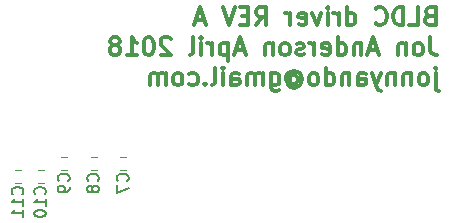
<source format=gbo>
G04 #@! TF.FileFunction,Legend,Bot*
%FSLAX46Y46*%
G04 Gerber Fmt 4.6, Leading zero omitted, Abs format (unit mm)*
G04 Created by KiCad (PCBNEW 4.0.7) date 04/04/18 16:23:25*
%MOMM*%
%LPD*%
G01*
G04 APERTURE LIST*
%ADD10C,0.100000*%
%ADD11C,0.300000*%
%ADD12C,0.120000*%
%ADD13C,0.150000*%
G04 APERTURE END LIST*
D10*
D11*
X213642857Y-103342857D02*
X213428571Y-103414286D01*
X213357143Y-103485714D01*
X213285714Y-103628571D01*
X213285714Y-103842857D01*
X213357143Y-103985714D01*
X213428571Y-104057143D01*
X213571429Y-104128571D01*
X214142857Y-104128571D01*
X214142857Y-102628571D01*
X213642857Y-102628571D01*
X213500000Y-102700000D01*
X213428571Y-102771429D01*
X213357143Y-102914286D01*
X213357143Y-103057143D01*
X213428571Y-103200000D01*
X213500000Y-103271429D01*
X213642857Y-103342857D01*
X214142857Y-103342857D01*
X211928571Y-104128571D02*
X212642857Y-104128571D01*
X212642857Y-102628571D01*
X211428571Y-104128571D02*
X211428571Y-102628571D01*
X211071428Y-102628571D01*
X210857143Y-102700000D01*
X210714285Y-102842857D01*
X210642857Y-102985714D01*
X210571428Y-103271429D01*
X210571428Y-103485714D01*
X210642857Y-103771429D01*
X210714285Y-103914286D01*
X210857143Y-104057143D01*
X211071428Y-104128571D01*
X211428571Y-104128571D01*
X209071428Y-103985714D02*
X209142857Y-104057143D01*
X209357143Y-104128571D01*
X209500000Y-104128571D01*
X209714285Y-104057143D01*
X209857143Y-103914286D01*
X209928571Y-103771429D01*
X210000000Y-103485714D01*
X210000000Y-103271429D01*
X209928571Y-102985714D01*
X209857143Y-102842857D01*
X209714285Y-102700000D01*
X209500000Y-102628571D01*
X209357143Y-102628571D01*
X209142857Y-102700000D01*
X209071428Y-102771429D01*
X206642857Y-104128571D02*
X206642857Y-102628571D01*
X206642857Y-104057143D02*
X206785714Y-104128571D01*
X207071428Y-104128571D01*
X207214286Y-104057143D01*
X207285714Y-103985714D01*
X207357143Y-103842857D01*
X207357143Y-103414286D01*
X207285714Y-103271429D01*
X207214286Y-103200000D01*
X207071428Y-103128571D01*
X206785714Y-103128571D01*
X206642857Y-103200000D01*
X205928571Y-104128571D02*
X205928571Y-103128571D01*
X205928571Y-103414286D02*
X205857143Y-103271429D01*
X205785714Y-103200000D01*
X205642857Y-103128571D01*
X205500000Y-103128571D01*
X205000000Y-104128571D02*
X205000000Y-103128571D01*
X205000000Y-102628571D02*
X205071429Y-102700000D01*
X205000000Y-102771429D01*
X204928572Y-102700000D01*
X205000000Y-102628571D01*
X205000000Y-102771429D01*
X204428571Y-103128571D02*
X204071428Y-104128571D01*
X203714286Y-103128571D01*
X202571429Y-104057143D02*
X202714286Y-104128571D01*
X203000000Y-104128571D01*
X203142857Y-104057143D01*
X203214286Y-103914286D01*
X203214286Y-103342857D01*
X203142857Y-103200000D01*
X203000000Y-103128571D01*
X202714286Y-103128571D01*
X202571429Y-103200000D01*
X202500000Y-103342857D01*
X202500000Y-103485714D01*
X203214286Y-103628571D01*
X201857143Y-104128571D02*
X201857143Y-103128571D01*
X201857143Y-103414286D02*
X201785715Y-103271429D01*
X201714286Y-103200000D01*
X201571429Y-103128571D01*
X201428572Y-103128571D01*
X198928572Y-104128571D02*
X199428572Y-103414286D01*
X199785715Y-104128571D02*
X199785715Y-102628571D01*
X199214287Y-102628571D01*
X199071429Y-102700000D01*
X199000001Y-102771429D01*
X198928572Y-102914286D01*
X198928572Y-103128571D01*
X199000001Y-103271429D01*
X199071429Y-103342857D01*
X199214287Y-103414286D01*
X199785715Y-103414286D01*
X198285715Y-103342857D02*
X197785715Y-103342857D01*
X197571429Y-104128571D02*
X198285715Y-104128571D01*
X198285715Y-102628571D01*
X197571429Y-102628571D01*
X197142858Y-102628571D02*
X196642858Y-104128571D01*
X196142858Y-102628571D01*
X194571430Y-103700000D02*
X193857144Y-103700000D01*
X194714287Y-104128571D02*
X194214287Y-102628571D01*
X193714287Y-104128571D01*
X213714286Y-105178571D02*
X213714286Y-106250000D01*
X213785714Y-106464286D01*
X213928571Y-106607143D01*
X214142857Y-106678571D01*
X214285714Y-106678571D01*
X212785714Y-106678571D02*
X212928572Y-106607143D01*
X213000000Y-106535714D01*
X213071429Y-106392857D01*
X213071429Y-105964286D01*
X213000000Y-105821429D01*
X212928572Y-105750000D01*
X212785714Y-105678571D01*
X212571429Y-105678571D01*
X212428572Y-105750000D01*
X212357143Y-105821429D01*
X212285714Y-105964286D01*
X212285714Y-106392857D01*
X212357143Y-106535714D01*
X212428572Y-106607143D01*
X212571429Y-106678571D01*
X212785714Y-106678571D01*
X211642857Y-105678571D02*
X211642857Y-106678571D01*
X211642857Y-105821429D02*
X211571429Y-105750000D01*
X211428571Y-105678571D01*
X211214286Y-105678571D01*
X211071429Y-105750000D01*
X211000000Y-105892857D01*
X211000000Y-106678571D01*
X209214286Y-106250000D02*
X208500000Y-106250000D01*
X209357143Y-106678571D02*
X208857143Y-105178571D01*
X208357143Y-106678571D01*
X207857143Y-105678571D02*
X207857143Y-106678571D01*
X207857143Y-105821429D02*
X207785715Y-105750000D01*
X207642857Y-105678571D01*
X207428572Y-105678571D01*
X207285715Y-105750000D01*
X207214286Y-105892857D01*
X207214286Y-106678571D01*
X205857143Y-106678571D02*
X205857143Y-105178571D01*
X205857143Y-106607143D02*
X206000000Y-106678571D01*
X206285714Y-106678571D01*
X206428572Y-106607143D01*
X206500000Y-106535714D01*
X206571429Y-106392857D01*
X206571429Y-105964286D01*
X206500000Y-105821429D01*
X206428572Y-105750000D01*
X206285714Y-105678571D01*
X206000000Y-105678571D01*
X205857143Y-105750000D01*
X204571429Y-106607143D02*
X204714286Y-106678571D01*
X205000000Y-106678571D01*
X205142857Y-106607143D01*
X205214286Y-106464286D01*
X205214286Y-105892857D01*
X205142857Y-105750000D01*
X205000000Y-105678571D01*
X204714286Y-105678571D01*
X204571429Y-105750000D01*
X204500000Y-105892857D01*
X204500000Y-106035714D01*
X205214286Y-106178571D01*
X203857143Y-106678571D02*
X203857143Y-105678571D01*
X203857143Y-105964286D02*
X203785715Y-105821429D01*
X203714286Y-105750000D01*
X203571429Y-105678571D01*
X203428572Y-105678571D01*
X203000001Y-106607143D02*
X202857144Y-106678571D01*
X202571429Y-106678571D01*
X202428572Y-106607143D01*
X202357144Y-106464286D01*
X202357144Y-106392857D01*
X202428572Y-106250000D01*
X202571429Y-106178571D01*
X202785715Y-106178571D01*
X202928572Y-106107143D01*
X203000001Y-105964286D01*
X203000001Y-105892857D01*
X202928572Y-105750000D01*
X202785715Y-105678571D01*
X202571429Y-105678571D01*
X202428572Y-105750000D01*
X201500000Y-106678571D02*
X201642858Y-106607143D01*
X201714286Y-106535714D01*
X201785715Y-106392857D01*
X201785715Y-105964286D01*
X201714286Y-105821429D01*
X201642858Y-105750000D01*
X201500000Y-105678571D01*
X201285715Y-105678571D01*
X201142858Y-105750000D01*
X201071429Y-105821429D01*
X201000000Y-105964286D01*
X201000000Y-106392857D01*
X201071429Y-106535714D01*
X201142858Y-106607143D01*
X201285715Y-106678571D01*
X201500000Y-106678571D01*
X200357143Y-105678571D02*
X200357143Y-106678571D01*
X200357143Y-105821429D02*
X200285715Y-105750000D01*
X200142857Y-105678571D01*
X199928572Y-105678571D01*
X199785715Y-105750000D01*
X199714286Y-105892857D01*
X199714286Y-106678571D01*
X197928572Y-106250000D02*
X197214286Y-106250000D01*
X198071429Y-106678571D02*
X197571429Y-105178571D01*
X197071429Y-106678571D01*
X196571429Y-105678571D02*
X196571429Y-107178571D01*
X196571429Y-105750000D02*
X196428572Y-105678571D01*
X196142858Y-105678571D01*
X196000001Y-105750000D01*
X195928572Y-105821429D01*
X195857143Y-105964286D01*
X195857143Y-106392857D01*
X195928572Y-106535714D01*
X196000001Y-106607143D01*
X196142858Y-106678571D01*
X196428572Y-106678571D01*
X196571429Y-106607143D01*
X195214286Y-106678571D02*
X195214286Y-105678571D01*
X195214286Y-105964286D02*
X195142858Y-105821429D01*
X195071429Y-105750000D01*
X194928572Y-105678571D01*
X194785715Y-105678571D01*
X194285715Y-106678571D02*
X194285715Y-105678571D01*
X194285715Y-105178571D02*
X194357144Y-105250000D01*
X194285715Y-105321429D01*
X194214287Y-105250000D01*
X194285715Y-105178571D01*
X194285715Y-105321429D01*
X193357143Y-106678571D02*
X193500001Y-106607143D01*
X193571429Y-106464286D01*
X193571429Y-105178571D01*
X191714287Y-105321429D02*
X191642858Y-105250000D01*
X191500001Y-105178571D01*
X191142858Y-105178571D01*
X191000001Y-105250000D01*
X190928572Y-105321429D01*
X190857144Y-105464286D01*
X190857144Y-105607143D01*
X190928572Y-105821429D01*
X191785715Y-106678571D01*
X190857144Y-106678571D01*
X189928573Y-105178571D02*
X189785716Y-105178571D01*
X189642859Y-105250000D01*
X189571430Y-105321429D01*
X189500001Y-105464286D01*
X189428573Y-105750000D01*
X189428573Y-106107143D01*
X189500001Y-106392857D01*
X189571430Y-106535714D01*
X189642859Y-106607143D01*
X189785716Y-106678571D01*
X189928573Y-106678571D01*
X190071430Y-106607143D01*
X190142859Y-106535714D01*
X190214287Y-106392857D01*
X190285716Y-106107143D01*
X190285716Y-105750000D01*
X190214287Y-105464286D01*
X190142859Y-105321429D01*
X190071430Y-105250000D01*
X189928573Y-105178571D01*
X188000002Y-106678571D02*
X188857145Y-106678571D01*
X188428573Y-106678571D02*
X188428573Y-105178571D01*
X188571430Y-105392857D01*
X188714288Y-105535714D01*
X188857145Y-105607143D01*
X187142859Y-105821429D02*
X187285717Y-105750000D01*
X187357145Y-105678571D01*
X187428574Y-105535714D01*
X187428574Y-105464286D01*
X187357145Y-105321429D01*
X187285717Y-105250000D01*
X187142859Y-105178571D01*
X186857145Y-105178571D01*
X186714288Y-105250000D01*
X186642859Y-105321429D01*
X186571431Y-105464286D01*
X186571431Y-105535714D01*
X186642859Y-105678571D01*
X186714288Y-105750000D01*
X186857145Y-105821429D01*
X187142859Y-105821429D01*
X187285717Y-105892857D01*
X187357145Y-105964286D01*
X187428574Y-106107143D01*
X187428574Y-106392857D01*
X187357145Y-106535714D01*
X187285717Y-106607143D01*
X187142859Y-106678571D01*
X186857145Y-106678571D01*
X186714288Y-106607143D01*
X186642859Y-106535714D01*
X186571431Y-106392857D01*
X186571431Y-106107143D01*
X186642859Y-105964286D01*
X186714288Y-105892857D01*
X186857145Y-105821429D01*
X214142857Y-108228571D02*
X214142857Y-109514286D01*
X214214286Y-109657143D01*
X214357143Y-109728571D01*
X214428571Y-109728571D01*
X214142857Y-107728571D02*
X214214286Y-107800000D01*
X214142857Y-107871429D01*
X214071429Y-107800000D01*
X214142857Y-107728571D01*
X214142857Y-107871429D01*
X213214285Y-109228571D02*
X213357143Y-109157143D01*
X213428571Y-109085714D01*
X213500000Y-108942857D01*
X213500000Y-108514286D01*
X213428571Y-108371429D01*
X213357143Y-108300000D01*
X213214285Y-108228571D01*
X213000000Y-108228571D01*
X212857143Y-108300000D01*
X212785714Y-108371429D01*
X212714285Y-108514286D01*
X212714285Y-108942857D01*
X212785714Y-109085714D01*
X212857143Y-109157143D01*
X213000000Y-109228571D01*
X213214285Y-109228571D01*
X212071428Y-108228571D02*
X212071428Y-109228571D01*
X212071428Y-108371429D02*
X212000000Y-108300000D01*
X211857142Y-108228571D01*
X211642857Y-108228571D01*
X211500000Y-108300000D01*
X211428571Y-108442857D01*
X211428571Y-109228571D01*
X210714285Y-108228571D02*
X210714285Y-109228571D01*
X210714285Y-108371429D02*
X210642857Y-108300000D01*
X210499999Y-108228571D01*
X210285714Y-108228571D01*
X210142857Y-108300000D01*
X210071428Y-108442857D01*
X210071428Y-109228571D01*
X209499999Y-108228571D02*
X209142856Y-109228571D01*
X208785714Y-108228571D02*
X209142856Y-109228571D01*
X209285714Y-109585714D01*
X209357142Y-109657143D01*
X209499999Y-109728571D01*
X207571428Y-109228571D02*
X207571428Y-108442857D01*
X207642857Y-108300000D01*
X207785714Y-108228571D01*
X208071428Y-108228571D01*
X208214285Y-108300000D01*
X207571428Y-109157143D02*
X207714285Y-109228571D01*
X208071428Y-109228571D01*
X208214285Y-109157143D01*
X208285714Y-109014286D01*
X208285714Y-108871429D01*
X208214285Y-108728571D01*
X208071428Y-108657143D01*
X207714285Y-108657143D01*
X207571428Y-108585714D01*
X206857142Y-108228571D02*
X206857142Y-109228571D01*
X206857142Y-108371429D02*
X206785714Y-108300000D01*
X206642856Y-108228571D01*
X206428571Y-108228571D01*
X206285714Y-108300000D01*
X206214285Y-108442857D01*
X206214285Y-109228571D01*
X204857142Y-109228571D02*
X204857142Y-107728571D01*
X204857142Y-109157143D02*
X204999999Y-109228571D01*
X205285713Y-109228571D01*
X205428571Y-109157143D01*
X205499999Y-109085714D01*
X205571428Y-108942857D01*
X205571428Y-108514286D01*
X205499999Y-108371429D01*
X205428571Y-108300000D01*
X205285713Y-108228571D01*
X204999999Y-108228571D01*
X204857142Y-108300000D01*
X203928570Y-109228571D02*
X204071428Y-109157143D01*
X204142856Y-109085714D01*
X204214285Y-108942857D01*
X204214285Y-108514286D01*
X204142856Y-108371429D01*
X204071428Y-108300000D01*
X203928570Y-108228571D01*
X203714285Y-108228571D01*
X203571428Y-108300000D01*
X203499999Y-108371429D01*
X203428570Y-108514286D01*
X203428570Y-108942857D01*
X203499999Y-109085714D01*
X203571428Y-109157143D01*
X203714285Y-109228571D01*
X203928570Y-109228571D01*
X201857142Y-108514286D02*
X201928570Y-108442857D01*
X202071427Y-108371429D01*
X202214285Y-108371429D01*
X202357142Y-108442857D01*
X202428570Y-108514286D01*
X202499999Y-108657143D01*
X202499999Y-108800000D01*
X202428570Y-108942857D01*
X202357142Y-109014286D01*
X202214285Y-109085714D01*
X202071427Y-109085714D01*
X201928570Y-109014286D01*
X201857142Y-108942857D01*
X201857142Y-108371429D02*
X201857142Y-108942857D01*
X201785713Y-109014286D01*
X201714285Y-109014286D01*
X201571427Y-108942857D01*
X201499999Y-108800000D01*
X201499999Y-108442857D01*
X201642856Y-108228571D01*
X201857142Y-108085714D01*
X202142856Y-108014286D01*
X202428570Y-108085714D01*
X202642856Y-108228571D01*
X202785713Y-108442857D01*
X202857142Y-108728571D01*
X202785713Y-109014286D01*
X202642856Y-109228571D01*
X202428570Y-109371429D01*
X202142856Y-109442857D01*
X201857142Y-109371429D01*
X201642856Y-109228571D01*
X200214285Y-108228571D02*
X200214285Y-109442857D01*
X200285714Y-109585714D01*
X200357142Y-109657143D01*
X200499999Y-109728571D01*
X200714285Y-109728571D01*
X200857142Y-109657143D01*
X200214285Y-109157143D02*
X200357142Y-109228571D01*
X200642856Y-109228571D01*
X200785714Y-109157143D01*
X200857142Y-109085714D01*
X200928571Y-108942857D01*
X200928571Y-108514286D01*
X200857142Y-108371429D01*
X200785714Y-108300000D01*
X200642856Y-108228571D01*
X200357142Y-108228571D01*
X200214285Y-108300000D01*
X199499999Y-109228571D02*
X199499999Y-108228571D01*
X199499999Y-108371429D02*
X199428571Y-108300000D01*
X199285713Y-108228571D01*
X199071428Y-108228571D01*
X198928571Y-108300000D01*
X198857142Y-108442857D01*
X198857142Y-109228571D01*
X198857142Y-108442857D02*
X198785713Y-108300000D01*
X198642856Y-108228571D01*
X198428571Y-108228571D01*
X198285713Y-108300000D01*
X198214285Y-108442857D01*
X198214285Y-109228571D01*
X196857142Y-109228571D02*
X196857142Y-108442857D01*
X196928571Y-108300000D01*
X197071428Y-108228571D01*
X197357142Y-108228571D01*
X197499999Y-108300000D01*
X196857142Y-109157143D02*
X196999999Y-109228571D01*
X197357142Y-109228571D01*
X197499999Y-109157143D01*
X197571428Y-109014286D01*
X197571428Y-108871429D01*
X197499999Y-108728571D01*
X197357142Y-108657143D01*
X196999999Y-108657143D01*
X196857142Y-108585714D01*
X196142856Y-109228571D02*
X196142856Y-108228571D01*
X196142856Y-107728571D02*
X196214285Y-107800000D01*
X196142856Y-107871429D01*
X196071428Y-107800000D01*
X196142856Y-107728571D01*
X196142856Y-107871429D01*
X195214284Y-109228571D02*
X195357142Y-109157143D01*
X195428570Y-109014286D01*
X195428570Y-107728571D01*
X194642856Y-109085714D02*
X194571428Y-109157143D01*
X194642856Y-109228571D01*
X194714285Y-109157143D01*
X194642856Y-109085714D01*
X194642856Y-109228571D01*
X193285713Y-109157143D02*
X193428570Y-109228571D01*
X193714284Y-109228571D01*
X193857142Y-109157143D01*
X193928570Y-109085714D01*
X193999999Y-108942857D01*
X193999999Y-108514286D01*
X193928570Y-108371429D01*
X193857142Y-108300000D01*
X193714284Y-108228571D01*
X193428570Y-108228571D01*
X193285713Y-108300000D01*
X192428570Y-109228571D02*
X192571428Y-109157143D01*
X192642856Y-109085714D01*
X192714285Y-108942857D01*
X192714285Y-108514286D01*
X192642856Y-108371429D01*
X192571428Y-108300000D01*
X192428570Y-108228571D01*
X192214285Y-108228571D01*
X192071428Y-108300000D01*
X191999999Y-108371429D01*
X191928570Y-108514286D01*
X191928570Y-108942857D01*
X191999999Y-109085714D01*
X192071428Y-109157143D01*
X192214285Y-109228571D01*
X192428570Y-109228571D01*
X191285713Y-109228571D02*
X191285713Y-108228571D01*
X191285713Y-108371429D02*
X191214285Y-108300000D01*
X191071427Y-108228571D01*
X190857142Y-108228571D01*
X190714285Y-108300000D01*
X190642856Y-108442857D01*
X190642856Y-109228571D01*
X190642856Y-108442857D02*
X190571427Y-108300000D01*
X190428570Y-108228571D01*
X190214285Y-108228571D01*
X190071427Y-108300000D01*
X189999999Y-108442857D01*
X189999999Y-109228571D01*
D12*
X182950000Y-116380000D02*
X182450000Y-116380000D01*
X182450000Y-115320000D02*
X182950000Y-115320000D01*
X179050000Y-117480000D02*
X178550000Y-117480000D01*
X178550000Y-116420000D02*
X179050000Y-116420000D01*
X187950000Y-116380000D02*
X187450000Y-116380000D01*
X187450000Y-115320000D02*
X187950000Y-115320000D01*
X180950000Y-117480000D02*
X180450000Y-117480000D01*
X180450000Y-116420000D02*
X180950000Y-116420000D01*
X185450000Y-116380000D02*
X184950000Y-116380000D01*
X184950000Y-115320000D02*
X185450000Y-115320000D01*
D13*
X183057143Y-117333334D02*
X183104762Y-117285715D01*
X183152381Y-117142858D01*
X183152381Y-117047620D01*
X183104762Y-116904762D01*
X183009524Y-116809524D01*
X182914286Y-116761905D01*
X182723810Y-116714286D01*
X182580952Y-116714286D01*
X182390476Y-116761905D01*
X182295238Y-116809524D01*
X182200000Y-116904762D01*
X182152381Y-117047620D01*
X182152381Y-117142858D01*
X182200000Y-117285715D01*
X182247619Y-117333334D01*
X183152381Y-117809524D02*
X183152381Y-118000000D01*
X183104762Y-118095239D01*
X183057143Y-118142858D01*
X182914286Y-118238096D01*
X182723810Y-118285715D01*
X182342857Y-118285715D01*
X182247619Y-118238096D01*
X182200000Y-118190477D01*
X182152381Y-118095239D01*
X182152381Y-117904762D01*
X182200000Y-117809524D01*
X182247619Y-117761905D01*
X182342857Y-117714286D01*
X182580952Y-117714286D01*
X182676190Y-117761905D01*
X182723810Y-117809524D01*
X182771429Y-117904762D01*
X182771429Y-118095239D01*
X182723810Y-118190477D01*
X182676190Y-118238096D01*
X182580952Y-118285715D01*
X179157143Y-118457143D02*
X179204762Y-118409524D01*
X179252381Y-118266667D01*
X179252381Y-118171429D01*
X179204762Y-118028571D01*
X179109524Y-117933333D01*
X179014286Y-117885714D01*
X178823810Y-117838095D01*
X178680952Y-117838095D01*
X178490476Y-117885714D01*
X178395238Y-117933333D01*
X178300000Y-118028571D01*
X178252381Y-118171429D01*
X178252381Y-118266667D01*
X178300000Y-118409524D01*
X178347619Y-118457143D01*
X179252381Y-119409524D02*
X179252381Y-118838095D01*
X179252381Y-119123809D02*
X178252381Y-119123809D01*
X178395238Y-119028571D01*
X178490476Y-118933333D01*
X178538095Y-118838095D01*
X179252381Y-120361905D02*
X179252381Y-119790476D01*
X179252381Y-120076190D02*
X178252381Y-120076190D01*
X178395238Y-119980952D01*
X178490476Y-119885714D01*
X178538095Y-119790476D01*
X188057143Y-117333334D02*
X188104762Y-117285715D01*
X188152381Y-117142858D01*
X188152381Y-117047620D01*
X188104762Y-116904762D01*
X188009524Y-116809524D01*
X187914286Y-116761905D01*
X187723810Y-116714286D01*
X187580952Y-116714286D01*
X187390476Y-116761905D01*
X187295238Y-116809524D01*
X187200000Y-116904762D01*
X187152381Y-117047620D01*
X187152381Y-117142858D01*
X187200000Y-117285715D01*
X187247619Y-117333334D01*
X187152381Y-117666667D02*
X187152381Y-118333334D01*
X188152381Y-117904762D01*
X181057143Y-118457143D02*
X181104762Y-118409524D01*
X181152381Y-118266667D01*
X181152381Y-118171429D01*
X181104762Y-118028571D01*
X181009524Y-117933333D01*
X180914286Y-117885714D01*
X180723810Y-117838095D01*
X180580952Y-117838095D01*
X180390476Y-117885714D01*
X180295238Y-117933333D01*
X180200000Y-118028571D01*
X180152381Y-118171429D01*
X180152381Y-118266667D01*
X180200000Y-118409524D01*
X180247619Y-118457143D01*
X181152381Y-119409524D02*
X181152381Y-118838095D01*
X181152381Y-119123809D02*
X180152381Y-119123809D01*
X180295238Y-119028571D01*
X180390476Y-118933333D01*
X180438095Y-118838095D01*
X180152381Y-120028571D02*
X180152381Y-120123810D01*
X180200000Y-120219048D01*
X180247619Y-120266667D01*
X180342857Y-120314286D01*
X180533333Y-120361905D01*
X180771429Y-120361905D01*
X180961905Y-120314286D01*
X181057143Y-120266667D01*
X181104762Y-120219048D01*
X181152381Y-120123810D01*
X181152381Y-120028571D01*
X181104762Y-119933333D01*
X181057143Y-119885714D01*
X180961905Y-119838095D01*
X180771429Y-119790476D01*
X180533333Y-119790476D01*
X180342857Y-119838095D01*
X180247619Y-119885714D01*
X180200000Y-119933333D01*
X180152381Y-120028571D01*
X185557143Y-117333334D02*
X185604762Y-117285715D01*
X185652381Y-117142858D01*
X185652381Y-117047620D01*
X185604762Y-116904762D01*
X185509524Y-116809524D01*
X185414286Y-116761905D01*
X185223810Y-116714286D01*
X185080952Y-116714286D01*
X184890476Y-116761905D01*
X184795238Y-116809524D01*
X184700000Y-116904762D01*
X184652381Y-117047620D01*
X184652381Y-117142858D01*
X184700000Y-117285715D01*
X184747619Y-117333334D01*
X185080952Y-117904762D02*
X185033333Y-117809524D01*
X184985714Y-117761905D01*
X184890476Y-117714286D01*
X184842857Y-117714286D01*
X184747619Y-117761905D01*
X184700000Y-117809524D01*
X184652381Y-117904762D01*
X184652381Y-118095239D01*
X184700000Y-118190477D01*
X184747619Y-118238096D01*
X184842857Y-118285715D01*
X184890476Y-118285715D01*
X184985714Y-118238096D01*
X185033333Y-118190477D01*
X185080952Y-118095239D01*
X185080952Y-117904762D01*
X185128571Y-117809524D01*
X185176190Y-117761905D01*
X185271429Y-117714286D01*
X185461905Y-117714286D01*
X185557143Y-117761905D01*
X185604762Y-117809524D01*
X185652381Y-117904762D01*
X185652381Y-118095239D01*
X185604762Y-118190477D01*
X185557143Y-118238096D01*
X185461905Y-118285715D01*
X185271429Y-118285715D01*
X185176190Y-118238096D01*
X185128571Y-118190477D01*
X185080952Y-118095239D01*
M02*

</source>
